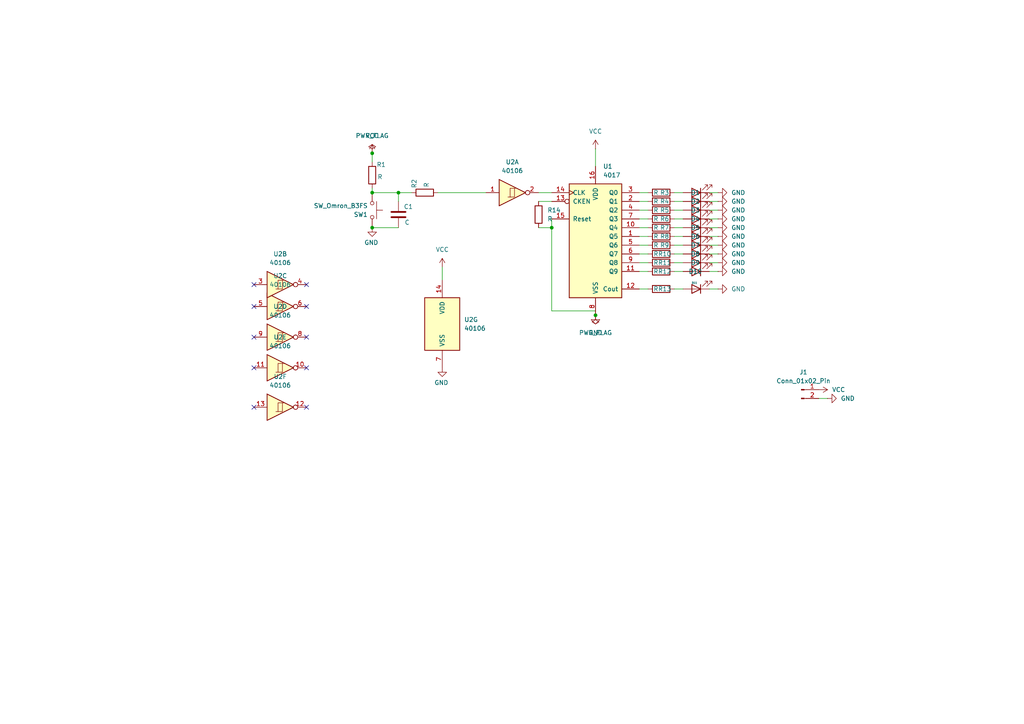
<source format=kicad_sch>
(kicad_sch (version 20231120) (generator "eeschema") (generator_version "8.0")
  (paper "A4")
  (lib_symbols
    (symbol "4xxx:40106" (pin_names (offset 1.016))
      (property "Reference" "U" (at 0 1.27 0))
      (property "Value" "40106" (at 0 -1.27 0))
      (symbol "40106_1_0"
        (polyline (pts (xy -0.635 -1.27) (xy -0.635 1.27) (xy 0.635 1.27)))
        (polyline (pts (xy -3.81 3.81) (xy -3.81 -3.81) (xy 3.81 0) (xy -3.81 3.81)) (stroke (width 0.254)) (fill (type background)))
        (polyline (pts (xy -1.27 -1.27) (xy 0.635 -1.27) (xy 0.635 1.27) (xy 1.27 1.27)))
        (pin input line (at -7.62 0 0) (length 3.81) (name "~") (number "1"))
        (pin output inverted (at 7.62 0 180) (length 3.81) (name "~") (number "2"))
      )
      (symbol "40106_2_0"
        (polyline (pts (xy -0.635 -1.27) (xy -0.635 1.27) (xy 0.635 1.27)))
        (polyline (pts (xy -3.81 3.81) (xy -3.81 -3.81) (xy 3.81 0) (xy -3.81 3.81)) (stroke (width 0.254)) (fill (type background)))
        (polyline (pts (xy -1.27 -1.27) (xy 0.635 -1.27) (xy 0.635 1.27) (xy 1.27 1.27)))
        (pin input line (at -7.62 0 0) (length 3.81) (name "~") (number "3"))
        (pin output inverted (at 7.62 0 180) (length 3.81) (name "~") (number "4"))
      )
      (symbol "40106_3_0"
        (polyline (pts (xy -0.635 -1.27) (xy -0.635 1.27) (xy 0.635 1.27)))
        (polyline (pts (xy -3.81 3.81) (xy -3.81 -3.81) (xy 3.81 0) (xy -3.81 3.81)) (stroke (width 0.254)) (fill (type background)))
        (polyline (pts (xy -1.27 -1.27) (xy 0.635 -1.27) (xy 0.635 1.27) (xy 1.27 1.27)))
        (pin input line (at -7.62 0 0) (length 3.81) (name "~") (number "5"))
        (pin output inverted (at 7.62 0 180) (length 3.81) (name "~") (number "6"))
      )
      (symbol "40106_4_0"
        (polyline (pts (xy -0.635 -1.27) (xy -0.635 1.27) (xy 0.635 1.27)))
        (polyline (pts (xy -3.81 3.81) (xy -3.81 -3.81) (xy 3.81 0) (xy -3.81 3.81)) (stroke (width 0.254)) (fill (type background)))
        (polyline (pts (xy -1.27 -1.27) (xy 0.635 -1.27) (xy 0.635 1.27) (xy 1.27 1.27)))
        (pin output inverted (at 7.62 0 180) (length 3.81) (name "~") (number "8"))
        (pin input line (at -7.62 0 0) (length 3.81) (name "~") (number "9"))
      )
      (symbol "40106_5_0"
        (polyline (pts (xy -0.635 -1.27) (xy -0.635 1.27) (xy 0.635 1.27)))
        (polyline (pts (xy -3.81 3.81) (xy -3.81 -3.81) (xy 3.81 0) (xy -3.81 3.81)) (stroke (width 0.254)) (fill (type background)))
        (polyline (pts (xy -1.27 -1.27) (xy 0.635 -1.27) (xy 0.635 1.27) (xy 1.27 1.27)))
        (pin output inverted (at 7.62 0 180) (length 3.81) (name "~") (number "10"))
        (pin input line (at -7.62 0 0) (length 3.81) (name "~") (number "11"))
      )
      (symbol "40106_6_0"
        (polyline (pts (xy -0.635 -1.27) (xy -0.635 1.27) (xy 0.635 1.27)))
        (polyline (pts (xy -3.81 3.81) (xy -3.81 -3.81) (xy 3.81 0) (xy -3.81 3.81)) (stroke (width 0.254)) (fill (type background)))
        (polyline (pts (xy -1.27 -1.27) (xy 0.635 -1.27) (xy 0.635 1.27) (xy 1.27 1.27)))
        (pin output inverted (at 7.62 0 180) (length 3.81) (name "~") (number "12"))
        (pin input line (at -7.62 0 0) (length 3.81) (name "~") (number "13"))
      )
      (symbol "40106_7_0"
        (pin power_in line (at 0 12.7 270) (length 5.08) (name "VDD") (number "14"))
        (pin power_in line (at 0 -12.7 90) (length 5.08) (name "VSS") (number "7"))
      )
      (symbol "40106_7_1"
        (rectangle (start -5.08 7.62) (end 5.08 -7.62) (stroke (width 0.254)) (fill (type background)))
      )
    )
    (symbol "4xxx:4017" (pin_names (offset 1.016))
      (property "Reference" "U" (at -7.62 16.51 0))
      (property "Value" "4017" (at -7.62 -19.05 0))
      (symbol "4017_1_0"
        (pin output line (at 12.7 0 180) (length 5.08) (name "Q5") (number "1"))
        (pin output line (at 12.7 2.54 180) (length 5.08) (name "Q4") (number "10"))
        (pin output line (at 12.7 -10.16 180) (length 5.08) (name "Q9") (number "11"))
        (pin output line (at 12.7 -15.24 180) (length 5.08) (name "Cout") (number "12"))
        (pin input inverted (at -12.7 10.16 0) (length 5.08) (name "CKEN") (number "13"))
        (pin input clock (at -12.7 12.7 0) (length 5.08) (name "CLK") (number "14"))
        (pin input line (at -12.7 5.08 0) (length 5.08) (name "Reset") (number "15"))
        (pin power_in line (at 0 20.32 270) (length 5.08) (name "VDD") (number "16"))
        (pin output line (at 12.7 10.16 180) (length 5.08) (name "Q1") (number "2"))
        (pin output line (at 12.7 12.7 180) (length 5.08) (name "Q0") (number "3"))
        (pin output line (at 12.7 7.62 180) (length 5.08) (name "Q2") (number "4"))
        (pin output line (at 12.7 -2.54 180) (length 5.08) (name "Q6") (number "5"))
        (pin output line (at 12.7 -5.08 180) (length 5.08) (name "Q7") (number "6"))
        (pin output line (at 12.7 5.08 180) (length 5.08) (name "Q3") (number "7"))
        (pin power_in line (at 0 -22.86 90) (length 5.08) (name "VSS") (number "8"))
        (pin output line (at 12.7 -7.62 180) (length 5.08) (name "Q8") (number "9"))
      )
      (symbol "4017_1_1"
        (rectangle (start -7.62 15.24) (end 7.62 -17.78) (stroke (width 0.254)) (fill (type background)))
      )
    )
    (symbol "Connector:Conn_01x02_Pin" (pin_names (offset 1.016) hide)
      (property "Reference" "J" (at 0 2.54 0))
      (property "Value" "Conn_01x02_Pin" (at 0 -5.08 0))
      (symbol "Conn_01x02_Pin_1_1"
        (polyline (pts (xy 1.27 -2.54) (xy 0.8636 -2.54)) (stroke (width 0.1524)))
        (polyline (pts (xy 1.27 0) (xy 0.8636 0)) (stroke (width 0.1524)))
        (rectangle (start 0.8636 -2.413) (end 0 -2.667) (stroke (width 0.1524)) (fill (type outline)))
        (rectangle (start 0.8636 0.127) (end 0 -0.127) (stroke (width 0.1524)) (fill (type outline)))
        (pin passive line (at 5.08 0 180) (length 3.81) (name "Pin_1") (number "1"))
        (pin passive line (at 5.08 -2.54 180) (length 3.81) (name "Pin_2") (number "2"))
      )
    )
    (symbol "Device:C" (pin_numbers hide) (pin_names (offset 0.254))
      (property "Reference" "C" (at 0.635 2.54 0))
      (property "Value" "C" (at 0.635 -2.54 0))
      (symbol "C_0_1"
        (polyline (pts (xy -2.032 -0.762) (xy 2.032 -0.762)) (stroke (width 0.508)))
        (polyline (pts (xy -2.032 0.762) (xy 2.032 0.762)) (stroke (width 0.508)))
      )
      (symbol "C_1_1"
        (pin passive line (at 0 3.81 270) (length 2.794) (name "~") (number "1"))
        (pin passive line (at 0 -3.81 90) (length 2.794) (name "~") (number "2"))
      )
    )
    (symbol "Device:LED" (pin_numbers hide) (pin_names (offset 1.016) hide)
      (property "Reference" "D" (at 0 2.54 0))
      (property "Value" "LED" (at 0 -2.54 0))
      (symbol "LED_0_1"
        (polyline (pts (xy -1.27 -1.27) (xy -1.27 1.27)) (stroke (width 0.254)))
        (polyline (pts (xy -1.27 0) (xy 1.27 0)))
        (polyline (pts (xy 1.27 -1.27) (xy 1.27 1.27) (xy -1.27 0) (xy 1.27 -1.27)) (stroke (width 0.254)))
        (polyline (pts (xy -3.048 -0.762) (xy -4.572 -2.286) (xy -3.81 -2.286) (xy -4.572 -2.286) (xy -4.572 -1.524)))
        (polyline (pts (xy -1.778 -0.762) (xy -3.302 -2.286) (xy -2.54 -2.286) (xy -3.302 -2.286) (xy -3.302 -1.524)))
      )
      (symbol "LED_1_1"
        (pin passive line (at -3.81 0 0) (length 2.54) (name "K") (number "1"))
        (pin passive line (at 3.81 0 180) (length 2.54) (name "A") (number "2"))
      )
    )
    (symbol "Device:R" (pin_numbers hide) (pin_names (offset 0))
      (property "Reference" "R" (at 2.032 0 90))
      (property "Value" "R" (at 0 0 90))
      (symbol "R_0_1"
        (rectangle (start -1.016 -2.54) (end 1.016 2.54) (stroke (width 0.254)))
      )
      (symbol "R_1_1"
        (pin passive line (at 0 3.81 270) (length 1.27) (name "~") (number "1"))
        (pin passive line (at 0 -3.81 90) (length 1.27) (name "~") (number "2"))
      )
    )
    (symbol "Switch:SW_Omron_B3FS" (pin_numbers hide) (pin_names (offset 1.016) hide)
      (property "Reference" "SW" (at 1.27 2.54 0))
      (property "Value" "SW_Omron_B3FS" (at 0 -1.524 0))
      (symbol "SW_Omron_B3FS_0_1"
        (circle (center -2.032 0) (radius 0.508))
        (polyline (pts (xy 0 1.27) (xy 0 3.048)))
        (polyline (pts (xy 2.54 1.27) (xy -2.54 1.27)))
        (circle (center 2.032 0) (radius 0.508))
        (pin passive line (at -5.08 0 0) (length 2.54) (name "1") (number "1"))
        (pin passive line (at 5.08 0 180) (length 2.54) (name "2") (number "2"))
      )
    )
    (symbol "power:GND" (power) (pin_numbers hide) (pin_names (offset 0) hide)
      (property "Value" "GND" (at 0 -3.81 0))
      (symbol "GND_0_1"
        (polyline (pts (xy 0 0) (xy 0 -1.27) (xy 1.27 -1.27) (xy 0 -2.54) (xy -1.27 -1.27) (xy 0 -1.27)))
      )
      (symbol "GND_1_1"
        (pin power_in line (at 0 0 270) (length 0) (name "~") (number "1"))
      )
    )
    (symbol "power:PWR_FLAG" (power) (pin_numbers hide) (pin_names (offset 0) hide)
      (property "Value" "PWR_FLAG" (at 0 3.81 0))
      (symbol "PWR_FLAG_0_0"
        (pin power_out line (at 0 0 90) (length 0) (name "~") (number "1"))
      )
      (symbol "PWR_FLAG_0_1"
        (polyline (pts (xy 0 0) (xy 0 1.27) (xy -1.016 1.905) (xy 0 2.54) (xy 1.016 1.905) (xy 0 1.27)))
      )
    )
    (symbol "power:VCC" (power) (pin_numbers hide) (pin_names (offset 0) hide)
      (property "Value" "VCC" (at 0 3.556 0))
      (symbol "VCC_0_1"
        (polyline (pts (xy -0.762 1.27) (xy 0 2.54)))
        (polyline (pts (xy 0 0) (xy 0 2.54)))
        (polyline (pts (xy 0 2.54) (xy 0.762 1.27)))
      )
      (symbol "VCC_1_1"
        (pin power_in line (at 0 0 90) (length 0) (name "~") (number "1"))
      )
    )
  )
  (junction (at 115.57 55.88))
  (junction (at 107.95 55.88))
  (junction (at 107.95 66.04))
  (junction (at 160.02 66.04))
  (junction (at 172.72 91.44))
  (junction (at 107.95 44.45))
  (no_connect (at 73.66 118.11))
  (no_connect (at 88.9 82.55))
  (no_connect (at 88.9 97.79))
  (no_connect (at 73.66 97.79))
  (no_connect (at 88.9 106.68))
  (no_connect (at 73.66 106.68))
  (no_connect (at 73.66 88.9))
  (no_connect (at 73.66 82.55))
  (no_connect (at 88.9 88.9))
  (no_connect (at 88.9 118.11))
  (wire (pts (xy 195.58 66.04) (xy 198.12 66.04)))
  (wire (pts (xy 185.42 71.12) (xy 187.96 71.12)))
  (wire (pts (xy 195.58 68.58) (xy 198.12 68.58)))
  (wire (pts (xy 185.42 68.58) (xy 187.96 68.58)))
  (wire (pts (xy 107.95 55.88) (xy 115.57 55.88)))
  (wire (pts (xy 240.03 115.57) (xy 237.49 115.57)))
  (wire (pts (xy 195.58 76.2) (xy 198.12 76.2)))
  (wire (pts (xy 195.58 60.96) (xy 198.12 60.96)))
  (wire (pts (xy 195.58 71.12) (xy 198.12 71.12)))
  (wire (pts (xy 127 55.88) (xy 140.97 55.88)))
  (wire (pts (xy 115.57 55.88) (xy 115.57 58.42)))
  (wire (pts (xy 119.38 55.88) (xy 115.57 55.88)))
  (wire (pts (xy 205.74 58.42) (xy 208.28 58.42)))
  (wire (pts (xy 205.74 66.04) (xy 208.28 66.04)))
  (wire (pts (xy 205.74 83.82) (xy 208.28 83.82)))
  (wire (pts (xy 160.02 66.04) (xy 160.02 90.17)))
  (wire (pts (xy 185.42 58.42) (xy 187.96 58.42)))
  (wire (pts (xy 185.42 76.2) (xy 187.96 76.2)))
  (wire (pts (xy 185.42 73.66) (xy 187.96 73.66)))
  (wire (pts (xy 185.42 83.82) (xy 187.96 83.82)))
  (wire (pts (xy 172.72 90.17) (xy 160.02 90.17)))
  (wire (pts (xy 195.58 83.82) (xy 198.12 83.82)))
  (wire (pts (xy 185.42 66.04) (xy 187.96 66.04)))
  (wire (pts (xy 185.42 63.5) (xy 187.96 63.5)))
  (wire (pts (xy 107.95 54.61) (xy 107.95 55.88)))
  (wire (pts (xy 205.74 71.12) (xy 208.28 71.12)))
  (wire (pts (xy 107.95 44.45) (xy 107.95 46.99)))
  (wire (pts (xy 205.74 63.5) (xy 208.28 63.5)))
  (wire (pts (xy 205.74 78.74) (xy 208.28 78.74)))
  (wire (pts (xy 156.21 66.04) (xy 160.02 66.04)))
  (wire (pts (xy 115.57 66.04) (xy 107.95 66.04)))
  (wire (pts (xy 195.58 58.42) (xy 198.12 58.42)))
  (wire (pts (xy 128.27 81.28) (xy 128.27 77.47)))
  (wire (pts (xy 160.02 63.5) (xy 160.02 66.04)))
  (wire (pts (xy 185.42 60.96) (xy 187.96 60.96)))
  (wire (pts (xy 195.58 78.74) (xy 198.12 78.74)))
  (wire (pts (xy 205.74 68.58) (xy 208.28 68.58)))
  (wire (pts (xy 195.58 55.88) (xy 198.12 55.88)))
  (wire (pts (xy 205.74 73.66) (xy 208.28 73.66)))
  (wire (pts (xy 195.58 73.66) (xy 198.12 73.66)))
  (wire (pts (xy 205.74 60.96) (xy 208.28 60.96)))
  (wire (pts (xy 195.58 63.5) (xy 198.12 63.5)))
  (wire (pts (xy 185.42 55.88) (xy 187.96 55.88)))
  (wire (pts (xy 205.74 55.88) (xy 208.28 55.88)))
  (wire (pts (xy 156.21 58.42) (xy 160.02 58.42)))
  (wire (pts (xy 172.72 43.18) (xy 172.72 48.26)))
  (wire (pts (xy 205.74 76.2) (xy 208.28 76.2)))
  (wire (pts (xy 185.42 78.74) (xy 187.96 78.74)))
  (wire (pts (xy 156.21 55.88) (xy 160.02 55.88)))
  (symbol (lib_id "Device:LED") (at 201.93 83.82 180) (unit 1)
    (property "Reference" "D11" (at 201.422 82.042 0) (effects (font (size 0.508 0.508))))
    (property "Value" "LED" (effects (hide yes)))
    (property "Footprint" "LED_THT:LED_D4.0mm" (effects (hide yes)))
    (property "Description" "Light emitting diode" (effects (hide yes)))
  )
  (symbol (lib_id "power:PWR_FLAG") (at 172.72 91.44 180) (unit 1)
    (property "Reference" "#FLG01" (effects (hide yes)))
    (property "Value" "PWR_FLAG" (at 172.72 96.52 0))
    (property "Description" "Special symbol for telling ERC where power comes from" (effects (hide yes)))
  )
  (symbol (lib_id "Device:LED") (at 201.93 78.74 180) (unit 1)
    (property "Reference" "D10" (at 201.676 78.74 0))
    (property "Value" "LED" (effects (hide yes)))
    (property "Footprint" "LED_THT:LED_D4.0mm" (effects (hide yes)))
    (property "Description" "Light emitting diode" (effects (hide yes)))
  )
  (symbol (lib_id "Device:R") (at 191.77 71.12 90) (unit 1)
    (property "Reference" "R9" (at 192.786 71.12 90))
    (property "Value" "R" (at 190.246 71.12 90))
    (property "Footprint" "Resistor_THT:R_Axial_DIN0309_L9.0mm_D3.2mm_P20.32mm_Horizontal" (effects (hide yes)))
    (property "Description" "Resistor" (effects (hide yes)))
  )
  (symbol (lib_id "power:GND") (at 208.28 63.5 90) (unit 1)
    (property "Reference" "#PWR08" (effects (hide yes)))
    (property "Value" "GND" (at 212.09 63.4999 90) (effects (justify right)))
    (property "Description" "Power symbol creates a global label with name \"GND\" , ground" (effects (hide yes)))
  )
  (symbol (lib_id "Connector:Conn_01x02_Pin") (at 232.41 113.03 0) (unit 1)
    (property "Reference" "J1" (at 233.045 107.95 0))
    (property "Value" "Conn_01x02_Pin" (at 233.045 110.49 0))
    (property "Footprint" "Connector_PinHeader_1.00mm:PinHeader_1x02_P1.00mm_Vertical" (effects (hide yes)))
    (property "Description" "Generic connector, single row, 01x02, script generated" (effects (hide yes)))
  )
  (symbol (lib_id "power:PWR_FLAG") (at 107.95 44.45 0) (unit 1)
    (property "Reference" "#FLG02" (effects (hide yes)))
    (property "Value" "PWR_FLAG" (at 107.95 39.37 0))
    (property "Description" "Special symbol for telling ERC where power comes from" (effects (hide yes)))
  )
  (symbol (lib_id "Device:LED") (at 201.93 71.12 180) (unit 1)
    (property "Reference" "D7" (at 201.676 71.12 0))
    (property "Value" "LED" (effects (hide yes)))
    (property "Footprint" "LED_THT:LED_D4.0mm" (effects (hide yes)))
    (property "Description" "Light emitting diode" (effects (hide yes)))
  )
  (symbol (lib_id "power:GND") (at 208.28 55.88 90) (unit 1)
    (property "Reference" "#PWR05" (effects (hide yes)))
    (property "Value" "GND" (at 212.09 55.8799 90) (effects (justify right)))
    (property "Description" "Power symbol creates a global label with name \"GND\" , ground" (effects (hide yes)))
  )
  (symbol (lib_id "power:GND") (at 208.28 68.58 90) (unit 1)
    (property "Reference" "#PWR010" (effects (hide yes)))
    (property "Value" "GND" (at 212.09 68.5799 90) (effects (justify right)))
    (property "Description" "Power symbol creates a global label with name \"GND\" , ground" (effects (hide yes)))
  )
  (symbol (lib_id "4xxx:40106") (at 81.28 97.79 0) (unit 4)
    (property "Reference" "U2" (at 81.28 88.9 0))
    (property "Value" "40106" (at 81.28 91.44 0))
    (property "Footprint" "Package_DIP:DIP-14_W7.62mm" (effects (hide yes)))
    (property "Datasheet" "https://assets.nexperia.com/documents/data-sheet/HEF40106B.pdf" (effects (hide yes)))
    (property "Description" "Hex Schmitt trigger inverter" (effects (hide yes)))
  )
  (symbol (lib_id "power:GND") (at 208.28 58.42 90) (unit 1)
    (property "Reference" "#PWR06" (effects (hide yes)))
    (property "Value" "GND" (at 212.09 58.4199 90) (effects (justify right)))
    (property "Description" "Power symbol creates a global label with name \"GND\" , ground" (effects (hide yes)))
  )
  (symbol (lib_id "power:GND") (at 208.28 73.66 90) (unit 1)
    (property "Reference" "#PWR012" (effects (hide yes)))
    (property "Value" "GND" (at 212.09 73.6599 90) (effects (justify right)))
    (property "Description" "Power symbol creates a global label with name \"GND\" , ground" (effects (hide yes)))
  )
  (symbol (lib_id "4xxx:4017") (at 172.72 68.58 0) (unit 1)
    (property "Reference" "U1" (at 174.9141 48.26 0) (effects (justify left)))
    (property "Value" "4017" (at 174.9141 50.8 0) (effects (justify left)))
    (property "Footprint" "Package_DIP:DIP-16_W7.62mm" (effects (hide yes)))
    (property "Datasheet" "http://www.intersil.com/content/dam/Intersil/documents/cd40/cd4017bms-22bms.pdf" (effects (hide yes)))
    (property "Description" "Johnson Counter ( 10 outputs )" (effects (hide yes)))
  )
  (symbol (lib_id "power:GND") (at 240.03 115.57 90) (unit 1)
    (property "Reference" "#PWR019" (effects (hide yes)))
    (property "Value" "GND" (at 243.84 115.5699 90) (effects (justify right)))
    (property "Description" "Power symbol creates a global label with name \"GND\" , ground" (effects (hide yes)))
  )
  (symbol (lib_id "power:GND") (at 208.28 76.2 90) (unit 1)
    (property "Reference" "#PWR013" (effects (hide yes)))
    (property "Value" "GND" (at 212.09 76.1999 90) (effects (justify right)))
    (property "Description" "Power symbol creates a global label with name \"GND\" , ground" (effects (hide yes)))
  )
  (symbol (lib_id "power:GND") (at 208.28 60.96 90) (unit 1)
    (property "Reference" "#PWR07" (effects (hide yes)))
    (property "Value" "GND" (at 212.09 60.9599 90) (effects (justify right)))
    (property "Description" "Power symbol creates a global label with name \"GND\" , ground" (effects (hide yes)))
  )
  (symbol (lib_id "power:GND") (at 128.27 106.68 0) (unit 1)
    (property "Reference" "#PWR016" (effects (hide yes)))
    (property "Value" "GND" (at 128.016 110.998 0))
    (property "Description" "Power symbol creates a global label with name \"GND\" , ground" (effects (hide yes)))
  )
  (symbol (lib_id "Device:LED") (at 201.93 58.42 180) (unit 1)
    (property "Reference" "D2" (at 201.676 58.42 0))
    (property "Value" "LED" (effects (hide yes)))
    (property "Footprint" "LED_THT:LED_D4.0mm" (effects (hide yes)))
    (property "Description" "Light emitting diode" (effects (hide yes)))
  )
  (symbol (lib_id "4xxx:40106") (at 81.28 118.11 0) (unit 6)
    (property "Reference" "U2" (at 81.28 109.22 0))
    (property "Value" "40106" (at 81.28 111.76 0))
    (property "Footprint" "Package_DIP:DIP-14_W7.62mm" (effects (hide yes)))
    (property "Datasheet" "https://assets.nexperia.com/documents/data-sheet/HEF40106B.pdf" (effects (hide yes)))
    (property "Description" "Hex Schmitt trigger inverter" (effects (hide yes)))
  )
  (symbol (lib_id "power:VCC") (at 237.49 113.03 270) (unit 1)
    (property "Reference" "#PWR018" (effects (hide yes)))
    (property "Value" "VCC" (at 241.3 113.0299 90) (effects (justify left)))
    (property "Description" "Power symbol creates a global label with name \"VCC\"" (effects (hide yes)))
  )
  (symbol (lib_id "Device:R") (at 191.77 58.42 90) (unit 1)
    (property "Reference" "R4" (at 192.786 58.42 90))
    (property "Value" "R" (at 190.246 58.42 90))
    (property "Footprint" "Resistor_THT:R_Axial_DIN0309_L9.0mm_D3.2mm_P20.32mm_Horizontal" (effects (hide yes)))
    (property "Description" "Resistor" (effects (hide yes)))
  )
  (symbol (lib_id "Device:R") (at 156.21 62.23 0) (unit 1)
    (property "Reference" "R14" (at 158.75 60.9599 0) (effects (justify left)))
    (property "Value" "R" (at 158.75 63.4999 0) (effects (justify left)))
    (property "Footprint" "Resistor_THT:R_Axial_DIN0309_L9.0mm_D3.2mm_P20.32mm_Horizontal" (effects (hide yes)))
    (property "Description" "Resistor" (effects (hide yes)))
  )
  (symbol (lib_id "Device:LED") (at 201.93 63.5 180) (unit 1)
    (property "Reference" "D4" (at 201.676 63.5 0))
    (property "Value" "LED" (effects (hide yes)))
    (property "Footprint" "LED_THT:LED_D4.0mm" (effects (hide yes)))
    (property "Description" "Light emitting diode" (effects (hide yes)))
  )
  (symbol (lib_id "Device:LED") (at 201.93 68.58 180) (unit 1)
    (property "Reference" "D6" (at 201.676 68.58 0))
    (property "Value" "LED" (effects (hide yes)))
    (property "Footprint" "LED_THT:LED_D4.0mm" (effects (hide yes)))
    (property "Description" "Light emitting diode" (effects (hide yes)))
  )
  (symbol (lib_id "power:GND") (at 208.28 83.82 90) (unit 1)
    (property "Reference" "#PWR015" (effects (hide yes)))
    (property "Value" "GND" (at 212.09 83.8199 90) (effects (justify right)))
    (property "Description" "Power symbol creates a global label with name \"GND\" , ground" (effects (hide yes)))
  )
  (symbol (lib_id "4xxx:40106") (at 81.28 88.9 0) (unit 3)
    (property "Reference" "U2" (at 81.28 80.01 0))
    (property "Value" "40106" (at 81.28 82.55 0))
    (property "Footprint" "Package_DIP:DIP-14_W7.62mm" (effects (hide yes)))
    (property "Datasheet" "https://assets.nexperia.com/documents/data-sheet/HEF40106B.pdf" (effects (hide yes)))
    (property "Description" "Hex Schmitt trigger inverter" (effects (hide yes)))
  )
  (symbol (lib_id "Device:R") (at 191.77 66.04 90) (unit 1)
    (property "Reference" "R7" (at 192.786 66.04 90))
    (property "Value" "R" (at 190.246 66.04 90))
    (property "Footprint" "Resistor_THT:R_Axial_DIN0309_L9.0mm_D3.2mm_P20.32mm_Horizontal" (effects (hide yes)))
    (property "Description" "Resistor" (effects (hide yes)))
  )
  (symbol (lib_id "Device:R") (at 191.77 55.88 90) (unit 1)
    (property "Reference" "R3" (at 192.786 55.88 90))
    (property "Value" "R" (at 190.246 55.88 90))
    (property "Footprint" "Resistor_THT:R_Axial_DIN0309_L9.0mm_D3.2mm_P20.32mm_Horizontal" (effects (hide yes)))
    (property "Description" "Resistor" (effects (hide yes)))
  )
  (symbol (lib_id "Switch:SW_Omron_B3FS") (at 107.95 60.96 270) (unit 1)
    (property "Reference" "SW1" (at 106.68 62.2301 90) (effects (justify right)))
    (property "Value" "SW_Omron_B3FS" (at 106.68 59.6901 90) (effects (justify right)))
    (property "Footprint" "Button_Switch_THT:SW_PUSH_6mm" (effects (hide yes)))
    (property "Datasheet" "https://omronfs.omron.com/en_US/ecb/products/pdf/en-b3fs.pdf" (effects (hide yes)))
    (property "Description" "Omron B3FS 6x6mm single pole normally-open tactile switch" (effects (hide yes)))
  )
  (symbol (lib_id "power:VCC") (at 172.72 43.18 0) (unit 1)
    (property "Reference" "#PWR017" (effects (hide yes)))
    (property "Value" "VCC" (at 172.72 38.1 0))
    (property "Description" "Power symbol creates a global label with name \"VCC\"" (effects (hide yes)))
  )
  (symbol (lib_id "Device:R") (at 107.95 50.8 180) (unit 1)
    (property "Reference" "R1" (at 109.22 47.752 0) (effects (justify right)))
    (property "Value" "R" (at 109.474 51.308 0) (effects (justify right)))
    (property "Footprint" "Resistor_THT:R_Axial_DIN0309_L9.0mm_D3.2mm_P20.32mm_Horizontal" (effects (hide yes)))
    (property "Description" "Resistor" (effects (hide yes)))
  )
  (symbol (lib_id "4xxx:40106") (at 148.59 55.88 0) (unit 1)
    (property "Reference" "U2" (at 148.59 46.99 0))
    (property "Value" "40106" (at 148.59 49.53 0))
    (property "Footprint" "Package_DIP:DIP-14_W7.62mm" (effects (hide yes)))
    (property "Datasheet" "https://assets.nexperia.com/documents/data-sheet/HEF40106B.pdf" (effects (hide yes)))
    (property "Description" "Hex Schmitt trigger inverter" (effects (hide yes)))
  )
  (symbol (lib_id "power:GND") (at 208.28 66.04 90) (unit 1)
    (property "Reference" "#PWR09" (effects (hide yes)))
    (property "Value" "GND" (at 212.09 66.0399 90) (effects (justify right)))
    (property "Description" "Power symbol creates a global label with name \"GND\" , ground" (effects (hide yes)))
  )
  (symbol (lib_id "power:VCC") (at 128.27 77.47 0) (unit 1)
    (property "Reference" "#PWR04" (effects (hide yes)))
    (property "Value" "VCC" (at 128.27 72.39 0))
    (property "Description" "Power symbol creates a global label with name \"VCC\"" (effects (hide yes)))
  )
  (symbol (lib_id "Device:LED") (at 201.93 73.66 180) (unit 1)
    (property "Reference" "D8" (at 201.676 73.66 0))
    (property "Value" "LED" (effects (hide yes)))
    (property "Footprint" "LED_THT:LED_D4.0mm" (effects (hide yes)))
    (property "Description" "Light emitting diode" (effects (hide yes)))
  )
  (symbol (lib_id "power:GND") (at 208.28 78.74 90) (unit 1)
    (property "Reference" "#PWR014" (effects (hide yes)))
    (property "Value" "GND" (at 212.09 78.7399 90) (effects (justify right)))
    (property "Description" "Power symbol creates a global label with name \"GND\" , ground" (effects (hide yes)))
  )
  (symbol (lib_id "Device:C") (at 115.57 62.23 0) (unit 1)
    (property "Reference" "C1" (at 117.094 59.944 0) (effects (justify left)))
    (property "Value" "C" (at 117.348 64.516 0) (effects (justify left)))
    (property "Footprint" "Capacitor_THT:C_Disc_D3.0mm_W1.6mm_P2.50mm" (effects (hide yes)))
    (property "Description" "Unpolarized capacitor" (effects (hide yes)))
  )
  (symbol (lib_id "power:GND") (at 208.28 71.12 90) (unit 1)
    (property "Reference" "#PWR011" (effects (hide yes)))
    (property "Value" "GND" (at 212.09 71.1199 90) (effects (justify right)))
    (property "Description" "Power symbol creates a global label with name \"GND\" , ground" (effects (hide yes)))
  )
  (symbol (lib_id "Device:R") (at 191.77 60.96 90) (unit 1)
    (property "Reference" "R5" (at 192.786 60.96 90))
    (property "Value" "R" (at 190.246 60.96 90))
    (property "Footprint" "Resistor_THT:R_Axial_DIN0309_L9.0mm_D3.2mm_P20.32mm_Horizontal" (effects (hide yes)))
    (property "Description" "Resistor" (effects (hide yes)))
  )
  (symbol (lib_id "power:VCC") (at 107.95 44.45 0) (unit 1)
    (property "Reference" "#PWR01" (effects (hide yes)))
    (property "Value" "VCC" (at 107.95 39.37 0))
    (property "Description" "Power symbol creates a global label with name \"VCC\"" (effects (hide yes)))
  )
  (symbol (lib_id "Device:LED") (at 201.93 55.88 180) (unit 1)
    (property "Reference" "D1" (at 201.676 55.88 0))
    (property "Value" "LED" (effects (hide yes)))
    (property "Footprint" "LED_THT:LED_D4.0mm" (effects (hide yes)))
    (property "Description" "Light emitting diode" (effects (hide yes)))
  )
  (symbol (lib_id "4xxx:40106") (at 128.27 93.98 0) (unit 7)
    (property "Reference" "U2" (at 134.62 92.7099 0) (effects (justify left)))
    (property "Value" "40106" (at 134.62 95.2499 0) (effects (justify left)))
    (property "Footprint" "Package_DIP:DIP-14_W7.62mm" (effects (hide yes)))
    (property "Datasheet" "https://assets.nexperia.com/documents/data-sheet/HEF40106B.pdf" (effects (hide yes)))
    (property "Description" "Hex Schmitt trigger inverter" (effects (hide yes)))
  )
  (symbol (lib_id "Device:R") (at 191.77 63.5 90) (unit 1)
    (property "Reference" "R6" (at 192.786 63.5 90))
    (property "Value" "R" (at 190.246 63.5 90))
    (property "Footprint" "Resistor_THT:R_Axial_DIN0309_L9.0mm_D3.2mm_P20.32mm_Horizontal" (effects (hide yes)))
    (property "Description" "Resistor" (effects (hide yes)))
  )
  (symbol (lib_id "Device:R") (at 191.77 76.2 90) (unit 1)
    (property "Reference" "R11" (at 192.786 76.2 90))
    (property "Value" "R" (at 190.246 76.2 90))
    (property "Footprint" "Resistor_THT:R_Axial_DIN0309_L9.0mm_D3.2mm_P20.32mm_Horizontal" (effects (hide yes)))
    (property "Description" "Resistor" (effects (hide yes)))
  )
  (symbol (lib_id "power:GND") (at 107.95 66.04 0) (unit 1)
    (property "Reference" "#PWR03" (effects (hide yes)))
    (property "Value" "GND" (at 107.696 70.358 0))
    (property "Description" "Power symbol creates a global label with name \"GND\" , ground" (effects (hide yes)))
  )
  (symbol (lib_id "Device:R") (at 191.77 83.82 90) (unit 1)
    (property "Reference" "R13" (at 192.786 83.82 90))
    (property "Value" "R" (at 190.246 83.82 90))
    (property "Footprint" "Resistor_THT:R_Axial_DIN0309_L9.0mm_D3.2mm_P20.32mm_Horizontal" (effects (hide yes)))
    (property "Description" "Resistor" (effects (hide yes)))
  )
  (symbol (lib_id "4xxx:40106") (at 81.28 82.55 0) (unit 2)
    (property "Reference" "U2" (at 81.28 73.66 0))
    (property "Value" "40106" (at 81.28 76.2 0))
    (property "Footprint" "Package_DIP:DIP-14_W7.62mm" (effects (hide yes)))
    (property "Datasheet" "https://assets.nexperia.com/documents/data-sheet/HEF40106B.pdf" (effects (hide yes)))
    (property "Description" "Hex Schmitt trigger inverter" (effects (hide yes)))
  )
  (symbol (lib_id "Device:R") (at 123.19 55.88 270) (unit 1)
    (property "Reference" "R2" (at 120.142 54.61 0) (effects (justify right)))
    (property "Value" "R" (at 123.698 54.356 0) (effects (justify right)))
    (property "Footprint" "Resistor_THT:R_Axial_DIN0309_L9.0mm_D3.2mm_P20.32mm_Horizontal" (effects (hide yes)))
    (property "Description" "Resistor" (effects (hide yes)))
  )
  (symbol (lib_id "Device:LED") (at 201.93 76.2 180) (unit 1)
    (property "Reference" "D9" (at 201.676 76.2 0))
    (property "Value" "LED" (effects (hide yes)))
    (property "Footprint" "LED_THT:LED_D4.0mm" (effects (hide yes)))
    (property "Description" "Light emitting diode" (effects (hide yes)))
  )
  (symbol (lib_id "power:GND") (at 172.72 91.44 0) (unit 1)
    (property "Reference" "#PWR02" (effects (hide yes)))
    (property "Value" "GND" (at 172.72 96.52 0))
    (property "Description" "Power symbol creates a global label with name \"GND\" , ground" (effects (hide yes)))
  )
  (symbol (lib_id "Device:LED") (at 201.93 60.96 180) (unit 1)
    (property "Reference" "D3" (at 201.676 60.96 0))
    (property "Value" "LED" (effects (hide yes)))
    (property "Footprint" "LED_THT:LED_D4.0mm" (effects (hide yes)))
    (property "Description" "Light emitting diode" (effects (hide yes)))
  )
  (symbol (lib_id "Device:LED") (at 201.93 66.04 180) (unit 1)
    (property "Reference" "D5" (at 201.676 66.04 0))
    (property "Value" "LED" (effects (hide yes)))
    (property "Footprint" "LED_THT:LED_D4.0mm" (effects (hide yes)))
    (property "Description" "Light emitting diode" (effects (hide yes)))
  )
  (symbol (lib_id "Device:R") (at 191.77 68.58 90) (unit 1)
    (property "Reference" "R8" (at 192.786 68.58 90))
    (property "Value" "R" (at 190.246 68.58 90))
    (property "Footprint" "Resistor_THT:R_Axial_DIN0309_L9.0mm_D3.2mm_P20.32mm_Horizontal" (effects (hide yes)))
    (property "Description" "Resistor" (effects (hide yes)))
  )
  (symbol (lib_id "Device:R") (at 191.77 78.74 90) (unit 1)
    (property "Reference" "R12" (at 192.786 78.74 90))
    (property "Value" "R" (at 190.246 78.74 90))
    (property "Footprint" "Resistor_THT:R_Axial_DIN0309_L9.0mm_D3.2mm_P20.32mm_Horizontal" (effects (hide yes)))
    (property "Description" "Resistor" (effects (hide yes)))
  )
  (symbol (lib_id "4xxx:40106") (at 81.28 106.68 0) (unit 5)
    (property "Reference" "U2" (at 81.28 97.79 0))
    (property "Value" "40106" (at 81.28 100.33 0))
    (property "Footprint" "Package_DIP:DIP-14_W7.62mm" (effects (hide yes)))
    (property "Datasheet" "https://assets.nexperia.com/documents/data-sheet/HEF40106B.pdf" (effects (hide yes)))
    (property "Description" "Hex Schmitt trigger inverter" (effects (hide yes)))
  )
  (symbol (lib_id "Device:R") (at 191.77 73.66 90) (unit 1)
    (property "Reference" "R10" (at 192.786 73.66 90))
    (property "Value" "R" (at 190.246 73.66 90))
    (property "Footprint" "Resistor_THT:R_Axial_DIN0309_L9.0mm_D3.2mm_P20.32mm_Horizontal" (effects (hide yes)))
    (property "Description" "Resistor" (effects (hide yes)))
  )
)
</source>
